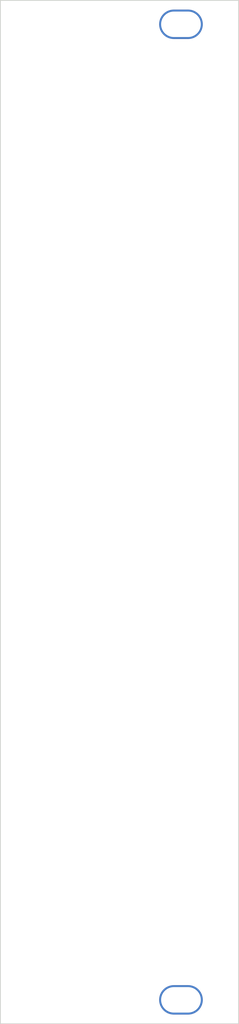
<source format=kicad_pcb>
(kicad_pcb (version 20211014) (generator pcbnew)
  (layers (0 "F.Cu" signal) (31 "B.Cu" signal) (34 "B.Paste" user) (35 "F.Paste" user) (36 "B.SilkS" user "B.Silkscreen") (37 "F.SilkS" user "F.Silkscreen") (38 "B.Mask" user) (39 "F.Mask" user) (44 "Edge.Cuts" user))
  (net 0 "")
  (footprint "" (layer "F.Cu") (at 22.74 3)
    (fp_text reference "" (at 0 0) (layer "F.SilkS") (effects (font (size 1.27 1.27))))
    (fp_text value "" (at 0 0) (layer "F.SilkS") (effects (font (size 1.27 1.27))))
    (pad "1" thru_hole oval (at 0 0) (size 5.5 3.7) (drill oval 5 3.2) (layers *.Cu *.Mask))
  )
  (footprint "" (layer "F.Cu") (at 22.74 125.5)
    (fp_text reference "" (at 0 0) (layer "F.SilkS") (effects (font (size 1.27 1.27))))
    (fp_text value "" (at 0 0) (layer "F.SilkS") (effects (font (size 1.27 1.27))))
    (pad "1" thru_hole oval (at 0 0) (size 5.5 3.7) (drill oval 5 3.2) (layers *.Cu *.Mask))
  )
  (gr_rect (start 0 0) (end 30 128.5) (layer "Edge.Cuts") (width 0.1) (fill none))
)
</source>
